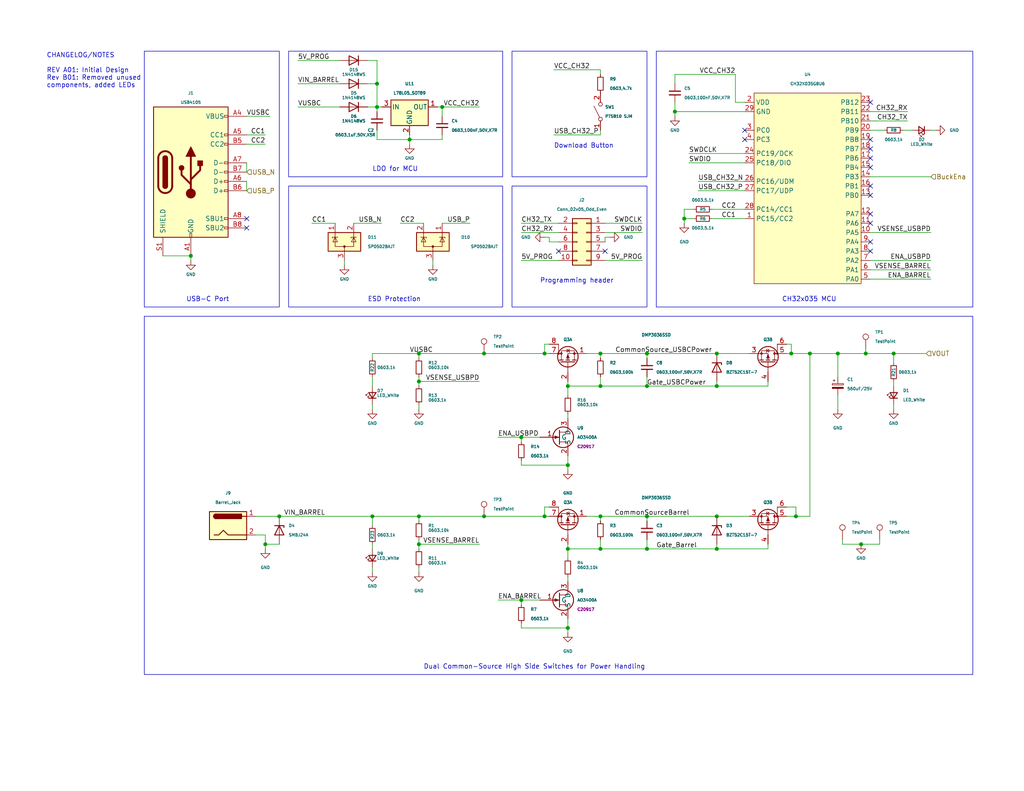
<source format=kicad_sch>
(kicad_sch (version 20230121) (generator eeschema)
  (paper "USLetter")
  (title_block (title "CH32X035 and Power Inputs") (date "2024-02-03") (rev "B01"))
  (junction (at 176.53 105.41))
  (junction (at 72.39 148.59))
  (junction (at 102.87 22.86))
  (junction (at 114.3 96.52))
  (junction (at 142.24 119.38))
  (junction (at 195.58 105.41))
  (junction (at 163.83 96.52))
  (junction (at 236.22 96.52))
  (junction (at 132.08 140.97))
  (junction (at 76.2 140.97))
  (junction (at 120.65 29.21))
  (junction (at 163.83 149.86))
  (junction (at 102.87 29.21))
  (junction (at 195.58 149.86))
  (junction (at 154.94 127))
  (junction (at 52.07 69.85))
  (junction (at 220.98 96.52))
  (junction (at 184.15 30.48))
  (junction (at 114.3 104.14))
  (junction (at 243.84 96.52))
  (junction (at 163.83 105.41))
  (junction (at 101.6 140.97))
  (junction (at 163.83 140.97))
  (junction (at 142.24 163.83))
  (junction (at 148.59 140.97))
  (junction (at 234.95 148.59))
  (junction (at 132.08 96.52))
  (junction (at 195.58 140.97))
  (junction (at 195.58 96.52))
  (junction (at 114.3 148.59))
  (junction (at 154.94 171.45))
  (junction (at 186.69 59.69))
  (junction (at 228.6 96.52))
  (junction (at 215.9 96.52))
  (junction (at 111.76 38.1))
  (junction (at 176.53 96.52))
  (junction (at 217.17 140.97))
  (junction (at 148.59 96.52))
  (junction (at 176.53 149.86))
  (junction (at 114.3 140.97))
  (junction (at 154.94 105.41))
  (junction (at 154.94 149.86))
  (junction (at 176.53 140.97))
  (no_connect (at 203.2 35.56))
  (no_connect (at 67.31 62.23))
  (no_connect (at 67.31 59.69))
  (no_connect (at 237.49 53.34))
  (no_connect (at 237.49 68.58))
  (no_connect (at 237.49 27.94))
  (no_connect (at 237.49 45.72))
  (no_connect (at 237.49 60.96))
  (no_connect (at 237.49 40.64))
  (no_connect (at 237.49 43.18))
  (no_connect (at 152.4 68.58))
  (no_connect (at 203.2 38.1))
  (no_connect (at 237.49 38.1))
  (no_connect (at 237.49 58.42))
  (no_connect (at 237.49 66.04))
  (no_connect (at 237.49 50.8))
  (no_connect (at 165.1 68.58))
  (wire (pts (xy 237.49 63.5) (xy 254 63.5)))
  (wire (pts (xy 120.65 31.75) (xy 120.65 29.21)))
  (wire (pts (xy 184.15 20.32) (xy 184.15 22.86)))
  (wire (pts (xy 102.87 35.56) (xy 102.87 38.1)))
  (wire (pts (xy 217.17 140.97) (xy 220.98 140.97)))
  (wire (pts (xy 243.84 105.41) (xy 243.84 104.14)))
  (wire (pts (xy 114.3 104.14) (xy 130.81 104.14)))
  (wire (pts (xy 160.02 96.52) (xy 163.83 96.52)))
  (wire (pts (xy 102.87 29.21) (xy 102.87 30.48)))
  (wire (pts (xy 132.08 96.52) (xy 148.59 96.52)))
  (wire (pts (xy 114.3 142.24) (xy 114.3 140.97)))
  (wire (pts (xy 149.86 96.52) (xy 148.59 96.52)))
  (wire (pts (xy 187.96 41.91) (xy 203.2 41.91)))
  (wire (pts (xy 149.86 138.43) (xy 148.59 138.43)))
  (wire (pts (xy 165.1 71.12) (xy 175.26 71.12)))
  (wire (pts (xy 240.03 147.32) (xy 240.03 148.59)))
  (wire (pts (xy 81.28 22.86) (xy 92.71 22.86)))
  (wire (pts (xy 195.58 148.59) (xy 195.58 149.86)))
  (wire (pts (xy 209.55 148.59) (xy 209.55 149.86)))
  (wire (pts (xy 154.94 127) (xy 154.94 128.27)))
  (wire (pts (xy 154.94 149.86) (xy 154.94 148.59)))
  (wire (pts (xy 101.6 102.87) (xy 101.6 105.41)))
  (wire (pts (xy 93.98 72.39) (xy 93.98 71.12)))
  (wire (pts (xy 114.3 154.94) (xy 114.3 156.21)))
  (wire (pts (xy 114.3 147.32) (xy 114.3 148.59)))
  (wire (pts (xy 111.76 38.1) (xy 120.65 38.1)))
  (wire (pts (xy 111.76 38.1) (xy 111.76 36.83)))
  (wire (pts (xy 237.49 71.12) (xy 254 71.12)))
  (wire (pts (xy 151.13 36.83) (xy 163.83 36.83)))
  (wire (pts (xy 241.3 35.56) (xy 237.49 35.56)))
  (wire (pts (xy 237.49 76.2) (xy 254 76.2)))
  (wire (pts (xy 151.13 19.05) (xy 163.83 19.05)))
  (wire (pts (xy 163.83 97.79) (xy 163.83 96.52)))
  (wire (pts (xy 176.53 97.79) (xy 176.53 96.52)))
  (wire (pts (xy 163.83 105.41) (xy 154.94 105.41)))
  (wire (pts (xy 176.53 140.97) (xy 195.58 140.97)))
  (wire (pts (xy 154.94 124.46) (xy 154.94 127)))
  (wire (pts (xy 44.45 69.85) (xy 52.07 69.85)))
  (wire (pts (xy 176.53 105.41) (xy 163.83 105.41)))
  (wire (pts (xy 184.15 20.32) (xy 200.66 20.32)))
  (wire (pts (xy 194.31 57.15) (xy 203.2 57.15)))
  (wire (pts (xy 72.39 36.83) (xy 67.31 36.83)))
  (wire (pts (xy 142.24 119.38) (xy 142.24 120.65)))
  (wire (pts (xy 215.9 93.98) (xy 215.9 96.52)))
  (wire (pts (xy 154.94 172.72) (xy 154.94 171.45)))
  (wire (pts (xy 195.58 104.14) (xy 195.58 105.41)))
  (wire (pts (xy 229.87 148.59) (xy 234.95 148.59)))
  (wire (pts (xy 148.59 93.98) (xy 148.59 96.52)))
  (wire (pts (xy 101.6 140.97) (xy 101.6 143.51)))
  (wire (pts (xy 195.58 149.86) (xy 209.55 149.86)))
  (wire (pts (xy 101.6 110.49) (xy 101.6 111.76)))
  (wire (pts (xy 142.24 127) (xy 154.94 127)))
  (wire (pts (xy 165.1 63.5) (xy 175.26 63.5)))
  (wire (pts (xy 114.3 97.79) (xy 114.3 96.52)))
  (wire (pts (xy 149.86 140.97) (xy 148.59 140.97)))
  (wire (pts (xy 228.6 107.95) (xy 228.6 111.76)))
  (wire (pts (xy 154.94 149.86) (xy 163.83 149.86)))
  (wire (pts (xy 102.87 16.51) (xy 102.87 22.86)))
  (wire (pts (xy 111.76 38.1) (xy 111.76 39.37)))
  (wire (pts (xy 243.84 111.76) (xy 243.84 110.49)))
  (wire (pts (xy 101.6 96.52) (xy 114.3 96.52)))
  (wire (pts (xy 154.94 171.45) (xy 154.94 168.91)))
  (wire (pts (xy 154.94 157.48) (xy 154.94 158.75)))
  (wire (pts (xy 243.84 99.06) (xy 243.84 96.52)))
  (wire (pts (xy 228.6 96.52) (xy 236.22 96.52)))
  (wire (pts (xy 102.87 38.1) (xy 111.76 38.1)))
  (wire (pts (xy 101.6 140.97) (xy 114.3 140.97)))
  (wire (pts (xy 200.66 27.94) (xy 203.2 27.94)))
  (wire (pts (xy 142.24 125.73) (xy 142.24 127)))
  (wire (pts (xy 214.63 93.98) (xy 215.9 93.98)))
  (wire (pts (xy 252.73 96.52) (xy 243.84 96.52)))
  (wire (pts (xy 142.24 170.18) (xy 142.24 171.45)))
  (wire (pts (xy 194.31 59.69) (xy 203.2 59.69)))
  (wire (pts (xy 114.3 140.97) (xy 132.08 140.97)))
  (wire (pts (xy 209.55 104.14) (xy 209.55 105.41)))
  (wire (pts (xy 120.65 29.21) (xy 130.81 29.21)))
  (wire (pts (xy 72.39 148.59) (xy 76.2 148.59)))
  (wire (pts (xy 120.65 60.96) (xy 128.27 60.96)))
  (wire (pts (xy 72.39 148.59) (xy 72.39 149.86)))
  (wire (pts (xy 142.24 63.5) (xy 152.4 63.5)))
  (wire (pts (xy 67.31 31.75) (xy 73.66 31.75)))
  (wire (pts (xy 76.2 140.97) (xy 101.6 140.97)))
  (wire (pts (xy 163.83 102.87) (xy 163.83 105.41)))
  (wire (pts (xy 217.17 140.97) (xy 214.63 140.97)))
  (wire (pts (xy 189.23 57.15) (xy 186.69 57.15)))
  (wire (pts (xy 72.39 146.05) (xy 72.39 148.59)))
  (wire (pts (xy 101.6 154.94) (xy 101.6 156.21)))
  (wire (pts (xy 154.94 149.86) (xy 154.94 152.4)))
  (wire (pts (xy 81.28 29.21) (xy 92.71 29.21)))
  (wire (pts (xy 147.32 163.83) (xy 142.24 163.83)))
  (wire (pts (xy 186.69 57.15) (xy 186.69 59.69)))
  (wire (pts (xy 200.66 20.32) (xy 200.66 27.94)))
  (wire (pts (xy 160.02 140.97) (xy 163.83 140.97)))
  (wire (pts (xy 254 35.56) (xy 255.27 35.56)))
  (wire (pts (xy 142.24 171.45) (xy 154.94 171.45)))
  (wire (pts (xy 114.3 96.52) (xy 132.08 96.52)))
  (wire (pts (xy 118.11 72.39) (xy 118.11 71.12)))
  (wire (pts (xy 102.87 22.86) (xy 102.87 29.21)))
  (wire (pts (xy 176.53 102.87) (xy 176.53 105.41)))
  (wire (pts (xy 120.65 29.21) (xy 119.38 29.21)))
  (wire (pts (xy 149.86 93.98) (xy 148.59 93.98)))
  (wire (pts (xy 186.69 59.69) (xy 189.23 59.69)))
  (wire (pts (xy 203.2 52.07) (xy 190.5 52.07)))
  (wire (pts (xy 228.6 96.52) (xy 228.6 102.87)))
  (wire (pts (xy 163.83 142.24) (xy 163.83 140.97)))
  (wire (pts (xy 176.53 147.32) (xy 176.53 149.86)))
  (wire (pts (xy 163.83 140.97) (xy 176.53 140.97)))
  (wire (pts (xy 176.53 149.86) (xy 195.58 149.86)))
  (wire (pts (xy 120.65 36.83) (xy 120.65 38.1)))
  (wire (pts (xy 217.17 138.43) (xy 217.17 140.97)))
  (wire (pts (xy 220.98 96.52) (xy 220.98 140.97)))
  (wire (pts (xy 237.49 30.48) (xy 247.65 30.48)))
  (wire (pts (xy 67.31 46.99) (xy 67.31 44.45)))
  (wire (pts (xy 69.85 146.05) (xy 72.39 146.05)))
  (wire (pts (xy 220.98 96.52) (xy 228.6 96.52)))
  (wire (pts (xy 102.87 29.21) (xy 104.14 29.21)))
  (wire (pts (xy 215.9 96.52) (xy 220.98 96.52)))
  (wire (pts (xy 176.53 142.24) (xy 176.53 140.97)))
  (wire (pts (xy 142.24 163.83) (xy 142.24 165.1)))
  (wire (pts (xy 114.3 102.87) (xy 114.3 104.14)))
  (wire (pts (xy 176.53 149.86) (xy 163.83 149.86)))
  (wire (pts (xy 237.49 48.26) (xy 254 48.26)))
  (wire (pts (xy 142.24 60.96) (xy 152.4 60.96)))
  (wire (pts (xy 176.53 105.41) (xy 195.58 105.41)))
  (wire (pts (xy 187.96 44.45) (xy 203.2 44.45)))
  (wire (pts (xy 165.1 64.77) (xy 165.1 66.04)))
  (wire (pts (xy 165.1 60.96) (xy 175.26 60.96)))
  (wire (pts (xy 229.87 147.32) (xy 229.87 148.59)))
  (wire (pts (xy 52.07 69.85) (xy 52.07 71.12)))
  (wire (pts (xy 96.52 60.96) (xy 104.14 60.96)))
  (wire (pts (xy 101.6 97.79) (xy 101.6 96.52)))
  (wire (pts (xy 234.95 148.59) (xy 240.03 148.59)))
  (wire (pts (xy 236.22 95.25) (xy 236.22 96.52)))
  (wire (pts (xy 154.94 113.03) (xy 154.94 114.3)))
  (wire (pts (xy 195.58 96.52) (xy 204.47 96.52)))
  (wire (pts (xy 184.15 30.48) (xy 184.15 31.75)))
  (wire (pts (xy 148.59 64.77) (xy 149.86 64.77)))
  (wire (pts (xy 100.33 29.21) (xy 102.87 29.21)))
  (wire (pts (xy 132.08 140.97) (xy 148.59 140.97)))
  (wire (pts (xy 85.09 60.96) (xy 91.44 60.96)))
  (wire (pts (xy 81.28 16.51) (xy 92.71 16.51)))
  (wire (pts (xy 186.69 60.96) (xy 186.69 59.69)))
  (wire (pts (xy 154.94 105.41) (xy 154.94 107.95)))
  (wire (pts (xy 163.83 19.05) (xy 163.83 20.32)))
  (wire (pts (xy 135.89 163.83) (xy 142.24 163.83)))
  (wire (pts (xy 149.86 66.04) (xy 152.4 66.04)))
  (wire (pts (xy 114.3 105.41) (xy 114.3 104.14)))
  (wire (pts (xy 163.83 36.83) (xy 163.83 35.56)))
  (wire (pts (xy 142.24 119.38) (xy 147.32 119.38)))
  (wire (pts (xy 67.31 52.07) (xy 67.31 49.53)))
  (wire (pts (xy 184.15 30.48) (xy 203.2 30.48)))
  (wire (pts (xy 163.83 96.52) (xy 176.53 96.52)))
  (wire (pts (xy 163.83 147.32) (xy 163.83 149.86)))
  (wire (pts (xy 215.9 96.52) (xy 214.63 96.52)))
  (wire (pts (xy 72.39 39.37) (xy 67.31 39.37)))
  (wire (pts (xy 148.59 138.43) (xy 148.59 140.97)))
  (wire (pts (xy 109.22 60.96) (xy 115.57 60.96)))
  (wire (pts (xy 184.15 27.94) (xy 184.15 30.48)))
  (wire (pts (xy 166.37 64.77) (xy 165.1 64.77)))
  (wire (pts (xy 135.89 119.38) (xy 142.24 119.38)))
  (wire (pts (xy 214.63 138.43) (xy 217.17 138.43)))
  (wire (pts (xy 195.58 105.41) (xy 209.55 105.41)))
  (wire (pts (xy 114.3 149.86) (xy 114.3 148.59)))
  (wire (pts (xy 237.49 73.66) (xy 254 73.66)))
  (wire (pts (xy 195.58 140.97) (xy 204.47 140.97)))
  (wire (pts (xy 100.33 16.51) (xy 102.87 16.51)))
  (wire (pts (xy 176.53 96.52) (xy 195.58 96.52)))
  (wire (pts (xy 101.6 148.59) (xy 101.6 149.86)))
  (wire (pts (xy 114.3 148.59) (xy 130.81 148.59)))
  (wire (pts (xy 246.38 35.56) (xy 248.92 35.56)))
  (wire (pts (xy 114.3 111.76) (xy 114.3 110.49)))
  (wire (pts (xy 237.49 33.02) (xy 247.65 33.02)))
  (wire (pts (xy 203.2 49.53) (xy 190.5 49.53)))
  (wire (pts (xy 236.22 96.52) (xy 243.84 96.52)))
  (wire (pts (xy 154.94 105.41) (xy 154.94 104.14)))
  (wire (pts (xy 69.85 140.97) (xy 76.2 140.97)))
  (wire (pts (xy 142.24 71.12) (xy 152.4 71.12)))
  (wire (pts (xy 149.86 64.77) (xy 149.86 66.04)))
  (wire (pts (xy 100.33 22.86) (xy 102.87 22.86)))
  (rectangle (start 139.7 13.97) (end 176.53 48.26))
  (rectangle (start 39.37 86.36) (end 265.43 184.15))
  (rectangle (start 179.07 13.97) (end 265.43 83.82))
  (rectangle (start 78.74 13.97) (end 137.16 48.26))
  (rectangle (start 39.37 13.97) (end 76.2 83.82))
  (rectangle (start 78.74 50.8) (end 137.16 83.82))
  (rectangle (start 139.7 50.8) (end 176.53 83.82))
  (text "USB-C Port\n" (at 50.8 82.55 0) (effects (font (size 1.27 1.27)) (justify left bottom)))
  (text "LDO for MCU" (at 101.6 46.99 0) (effects (font (size 1.27 1.27)) (justify left bottom)))
  (text "Dual Common-Source High Side Switches for Power Handling" (at 115.57 182.88 0) (effects (font (size 1.27 1.27)) (justify left bottom)))
  (text "Programming header" (at 147.32 77.47 0) (effects (font (size 1.27 1.27)) (justify left bottom)))
  (text "ESD Protection\n" (at 100.33 82.55 0) (effects (font (size 1.27 1.27)) (justify left bottom)))
  (text "Download Button\n" (at 151.13 40.64 0) (effects (font (size 1.27 1.27)) (justify left bottom)))
  (text "CH32x035 MCU\n" (at 213.36 82.55 0) (effects (font (size 1.27 1.27)) (justify left bottom)))
  (text "CHANGELOG/NOTES\n\nREV A01: Initial Design\nRev B01: Removed unused \ncomponents, added LEDs" (at 12.7 24.13 0) (effects (font (size 1.27 1.27)) (justify left bottom)))
  (label "VSENSE_BARREL" (at 130.81 148.59 180))
  (label "CH32_TX" (at 247.65 33.02 180))
  (label "USB_CH32_N" (at 190.5 49.53 0))
  (label "VIN_BARREL" (at 81.28 22.86 0))
  (label "SWDIO" (at 187.96 44.45 0))
  (label "USB_N" (at 104.14 60.96 180))
  (label "CC2" (at 72.39 39.37 180))
  (label "CommonSourceBarrel" (at 167.64 140.97 0))
  (label "VSENSE_BARREL" (at 254 73.66 180))
  (label "ENA_USBPD" (at 254 71.12 180))
  (label "VIN_BARREL" (at 77.47 140.97 0))
  (label "CH32_RX" (at 247.65 30.48 180))
  (label "SWDIO" (at 175.26 63.5 180))
  (label "CH32_RX" (at 142.24 63.5 0))
  (label "CH32_TX" (at 142.24 60.96 0))
  (label "VCC_CH32" (at 151.13 19.05 0))
  (label "5V_PROG" (at 142.24 71.12 0))
  (label "5V_PROG" (at 175.26 71.12 180))
  (label "VCC_CH32" (at 200.66 20.32 180))
  (label "CC2" (at 109.22 60.96 0))
  (label "ENA_USBPD" (at 135.89 119.38 0))
  (label "Gate_USBCPower" (at 176.53 105.41 0))
  (label "USB_P" (at 128.27 60.96 180))
  (label "VUSBC" (at 111.76 96.52 0))
  (label "CC2" (at 196.85 57.15 0))
  (label "VUSBC" (at 73.66 31.75 180))
  (label "SWDCLK" (at 187.96 41.91 0))
  (label "CommonSource_USBCPower" (at 194.31 96.52 180))
  (label "CC1" (at 196.85 59.69 0))
  (label "USB_CH32_P" (at 190.5 52.07 0))
  (label "CC1" (at 72.39 36.83 180))
  (label "5V_PROG" (at 81.28 16.51 0))
  (label "Gate_Barrel" (at 179.07 149.86 0))
  (label "VSENSE_USBPD" (at 254 63.5 180))
  (label "VSENSE_USBPD" (at 130.81 104.14 180))
  (label "VCC_CH32" (at 130.81 29.21 180))
  (label "ENA_BARREL" (at 254 76.2 180))
  (label "ENA_BARREL" (at 135.89 163.83 0))
  (label "CC1" (at 85.09 60.96 0))
  (label "VUSBC" (at 81.28 29.21 0))
  (label "USB_CH32_P" (at 151.13 36.83 0))
  (label "SWDCLK" (at 175.26 60.96 180))
  (hierarchical_label "USB_N" (shape input) (at 67.31 46.99 0))
  (hierarchical_label "USB_P" (shape input) (at 67.31 52.07 0))
  (hierarchical_label "VOUT" (shape input) (at 252.73 96.52 0))
  (hierarchical_label "BuckEna" (shape input) (at 254 48.26 0))
  (symbol (lib_id "power:GND") (at 228.6 111.76 0) (unit 1)
    (property "Reference" "#PWR01" (effects hide))
    (property "Value" "GND" (at 228.6 116.84 0) (effects (font (size 0.8 0.8))))
    (instances (project "ESP32-S3-HUB75-Driver" (path "" (reference "#PWR01") (unit 1)) (path "" (reference "#PWR040") (unit 1))))
  )
  (symbol (lib_id "power:GND") (at 114.3 156.21 0) (unit 1)
    (property "Reference" "#PWR01" (effects hide))
    (property "Value" "GND" (at 114.3 161.29 0) (effects (font (size 0.8 0.8))))
    (instances (project "ESP32-S3-HUB75-Driver" (path "" (reference "#PWR01") (unit 1)) (path "" (reference "#PWR018") (unit 1))))
  )
  (symbol (lib_id "jlcpcb-basic-capacitor:0402,100nF,16V,X7R ") (at 120.65 34.29 0) (unit 1)
    (property "Reference" "C4" (at 123.19 33.02 0) (effects (font (size 0.8 0.8)) (justify left)))
    (property "Value" "0603,100nF,50V,X7R " (at 123.19 35.56 0) (effects (font (size 0.8 0.8)) (justify left)))
    (property "Footprint" "Capacitor_SMD:C_0603_1608Metric" (effects hide))
    (property "Datasheet" "https://datasheet.lcsc.com/lcsc/1809301912_YAGEO-CC0603KRX7R9BB104_C14663.pdf" (effects hide))
    (property "LCSC" "C14663" (effects hide))
    (property "MFG" "YAGEO" (effects hide))
    (property "MFGPN" "CC0603KRX7R9BB104" (effects hide))
    (instances (project "ESP32-S3-HUB75-Driver" (path "" (reference "C4") (unit 1)) (path "" (reference "C6") (unit 1))))
  )
  (symbol (lib_id "Connector:TestPoint") (at 240.03 147.32 0) (unit 1)
    (property "Reference" "TP5" (at 242.57 142.748 0) (effects (font (size 0.8 0.8)) (justify left)))
    (property "Value" "TestPoint" (at 242.57 145.288 0) (effects (font (size 0.8 0.8)) (justify left)))
    (property "Footprint" "TestPoint:TestPoint_Keystone_5015_Micro-Minature" (effects hide))
    (property "LCSC" "C5199798" (effects hide))
  )
  (symbol (lib_id "power:GND") (at 243.84 111.76 0) (unit 1)
    (property "Reference" "#PWR01" (effects hide))
    (property "Value" "GND" (at 245.11 115.57 0) (effects (font (size 0.8 0.8)) (justify right)))
    (instances (project "ESP32-S3-HUB75-Driver" (path "" (reference "#PWR01") (unit 1)) (path "" (reference "#PWR041") (unit 1))))
  )
  (symbol (lib_id "Diode:1N4148WS") (at 96.52 29.21 180) (unit 1)
    (property "Reference" "D6" (at 96.52 31.75 0) (effects (font (size 0.8 0.8))))
    (property "Value" "1N4148WS" (at 96.52 33.02 0) (effects (font (size 0.8 0.8))))
    (property "Footprint" "Diode_SMD:D_SOD-323" (effects hide))
    (property "Datasheet" "https://www.vishay.com/docs/85751/1n4148ws.pdf" (effects hide))
    (property "LCSC" "C2128" (effects hide))
  )
  (symbol (lib_id "jlcpcb-basic-resistor:0402,10k") (at 114.3 100.33 0) (unit 1)
    (property "Reference" "R12" (at 116.84 99.06 0) (effects (font (size 0.8 0.8)) (justify left)))
    (property "Value" "0603,10k" (at 116.84 100.33 0) (effects (font (size 0.8 0.8)) (justify left)))
    (property "Footprint" "Resistor_SMD:R_0603_1608Metric" (effects hide))
    (property "Datasheet" "https://datasheet.lcsc.com/lcsc/2110260030_UNI-ROYAL-Uniroyal-Elec-0603WAF1002T5E_C25804.pdf" (effects hide))
    (property "LCSC" "C25804" (effects hide))
    (property "MFG" "UNI-ROYAL(Uniroyal Elec)" (effects hide))
    (property "MFGPN" "0603WAF1002T5E" (effects hide))
  )
  (symbol (lib_id "Device:Q_Dual_PMOS_S1G1S2G2D2D2D1D1") (at 154.94 99.06 90) (unit 1)
    (property "Reference" "Q3" (at 154.94 92.71 90) (effects (font (size 0.8 0.8))))
    (property "Value" "DMP3036SSD" (at 179.07 91.44 90) (effects (font (size 0.8 0.8))))
    (property "Footprint" "Package_SO:SO-8_3.9x4.9mm_P1.27mm" (effects hide))
    (property "Datasheet" "https://www.diodes.com/assets/Datasheets/DMP3036SSD.pdf" (effects hide))
    (property "LCSC" "C397950" (effects hide))
    (property "MFG" "Diodes Incorporated" (effects hide))
    (property "MFGPN" "DMP3036SSD-13" (effects hide))
    (instances (project "ESP32-S3-HUB75-Driver" (path "" (reference "Q3") (unit 1)) (path "" (reference "Q1") (unit 1))) (project "_autosave-PowerMux" (path "" (reference "Q3") (unit 1))))
  )
  (symbol (lib_id "jlcpcb-basic-resistor:0402,1k") (at 243.84 101.6 0) (unit 1)
    (property "Reference" "R21" (at 243.84 101.6 90) (effects (font (size 0.8 0.8))))
    (property "Value" "0603,1k" (at 247.65 101.6 0) (effects (font (size 0.8 0.8))))
    (property "Footprint" "Resistor_SMD:R_0603_1608Metric" (effects hide))
    (property "Datasheet" "https://datasheet.lcsc.com/lcsc/2110252030_UNI-ROYAL-Uniroyal-Elec-0603WAF1001T5E_C21190.pdf" (effects hide))
    (property "LCSC" "C21190" (effects hide))
    (property "MFG" "UNI-ROYAL(Uniroyal Elec)" (effects hide))
    (property "MFGPN" "0603WAF1001T5E" (effects hide))
  )
  (symbol (lib_id "jlcpcb-basic-capacitor:0603,1uF,50V,X5R ") (at 102.87 33.02 0) (unit 1)
    (property "Reference" "C2" (at 100.33 35.56 0) (effects (font (size 0.8 0.8)) (justify left)))
    (property "Value" "0603,1uF,50V,X5R " (at 91.44 36.83 0) (effects (font (size 0.8 0.8)) (justify left)))
    (property "Footprint" "Capacitor_SMD:C_0603_1608Metric" (effects hide))
    (property "Datasheet" "https://datasheet.lcsc.com/lcsc/1810261812_Samsung-Electro-Mechanics-CL10A105KB8NNNC_C15849.pdf" (effects hide))
    (property "LCSC" "C15849" (effects hide))
    (property "MFG" "Samsung Electro-Mechanics" (effects hide))
    (property "MFGPN" "CL10A105KB8NNNC" (effects hide))
  )
  (symbol (lib_id "jlcpcb-basic-resistor:0402,5.1k") (at 191.77 57.15 90) (unit 1)
    (property "Reference" "R5" (at 191.77 57.15 90) (effects (font (size 0.8 0.8))))
    (property "Value" "0603,5.1k" (at 191.77 54.61 90) (effects (font (size 0.8 0.8))))
    (property "Footprint" "Resistor_SMD:R_0603_1608Metric" (effects hide))
    (property "Datasheet" "https://datasheet.lcsc.com/lcsc/2110252130_UNI-ROYAL-Uniroyal-Elec-0603WAF5101T5E_C23186.pdf" (effects hide))
    (property "LCSC" "C23186" (effects hide))
    (property "MFG" "UNI-ROYAL(Uniroyal Elec)" (effects hide))
    (property "MFGPN" "0603WAF5101T5E" (effects hide))
  )
  (symbol (lib_id "jlcpcb-basic-capacitor:0402,100nF,50V,X7R ") (at 176.53 144.78 0) (unit 1)
    (property "Reference" "C3" (at 179.07 143.51 0) (effects (font (size 0.8 0.8)) (justify left)))
    (property "Value" "0603,100nF,50V,X7R " (at 179.07 146.05 0) (effects (font (size 0.8 0.8)) (justify left)))
    (property "Footprint" "Capacitor_SMD:C_0603_1608Metric" (effects hide))
    (property "Datasheet" "https://datasheet.lcsc.com/lcsc/1809301912_YAGEO-CC0603KRX7R9BB104_C14663.pdf" (effects hide))
    (property "LCSC" "C14663" (effects hide))
    (property "MFG" "YAGEO" (effects hide))
    (property "MFGPN" "CC0603KRX7R9BB104" (effects hide))
  )
  (symbol (lib_id "power:GND") (at 184.15 31.75 0) (unit 1)
    (property "Reference" "#PWR01" (effects hide))
    (property "Value" "GND" (at 184.15 35.56 0) (effects (font (size 0.8 0.8))))
    (instances (project "ESP32-S3-HUB75-Driver" (path "" (reference "#PWR01") (unit 1)) (path "" (reference "#PWR038") (unit 1))))
  )
  (symbol (lib_id "jlcpcb-basic-resistor:0402,10k") (at 154.94 154.94 0) (unit 1)
    (property "Reference" "R4" (at 157.48 153.67 0) (effects (font (size 0.8 0.8)) (justify left)))
    (property "Value" "0603,10k" (at 157.48 154.94 0) (effects (font (size 0.8 0.8)) (justify left)))
    (property "Footprint" "Resistor_SMD:R_0603_1608Metric" (effects hide))
    (property "Datasheet" "https://datasheet.lcsc.com/lcsc/2110260030_UNI-ROYAL-Uniroyal-Elec-0603WAF1002T5E_C25804.pdf" (effects hide))
    (property "LCSC" "C25804" (effects hide))
    (property "MFG" "UNI-ROYAL(Uniroyal Elec)" (effects hide))
    (property "MFGPN" "0603WAF1002T5E" (effects hide))
  )
  (symbol (lib_id "power:GND") (at 255.27 35.56 90) (unit 1)
    (property "Reference" "#PWR01" (effects hide))
    (property "Value" "GND" (at 259.08 35.56 90) (effects (font (size 0.8 0.8)) (justify right)))
    (instances (project "ESP32-S3-HUB75-Driver" (path "" (reference "#PWR01") (unit 1)) (path "" (reference "#PWR023") (unit 1))))
  )
  (symbol (lib_id "jlcpcb-basic-resistor:0402,100k") (at 163.83 100.33 0) (unit 1)
    (property "Reference" "R2" (at 166.37 99.06 0) (effects (font (size 0.8 0.8)) (justify left)))
    (property "Value" "0603,100k" (at 166.37 101.6 0) (effects (font (size 0.8 0.8)) (justify left)))
    (property "Footprint" "Resistor_SMD:R_0603_1608Metric" (effects hide))
    (property "Datasheet" "https://datasheet.lcsc.com/lcsc/2110260030_UNI-ROYAL-Uniroyal-Elec-0603WAF1003T5E_C25803.pdf" (effects hide))
    (property "LCSC" "C25803" (effects hide))
    (property "MFG" "UNI-ROYAL(Uniroyal Elec)" (effects hide))
    (property "MFGPN" "0603WAF1003T5E" (effects hide))
  )
  (symbol (lib_id "power:GND") (at 114.3 111.76 0) (unit 1)
    (property "Reference" "#PWR01" (effects hide))
    (property "Value" "GND" (at 114.3 115.57 0) (effects (font (size 0.8 0.8))))
    (instances (project "ESP32-S3-HUB75-Driver" (path "" (reference "#PWR01") (unit 1)) (path "" (reference "#PWR013") (unit 1))))
  )
  (symbol (lib_id "Device:Q_Dual_PMOS_S1G1S2G2D2D2D1D1") (at 209.55 99.06 270) (mirror x) (unit 2)
    (property "Reference" "Q3" (at 209.55 92.71 90) (effects (font (size 0.8 0.8))))
    (property "Value" "DMP3036SSD" (effects hide))
    (property "Footprint" "Package_SO:SO-8_3.9x4.9mm_P1.27mm" (effects hide))
    (property "Datasheet" "https://www.diodes.com/assets/Datasheets/DMP3036SSD.pdf" (effects hide))
    (property "LCSC" "C397950" (effects hide))
    (property "MFG" "Diodes Incorporated" (effects hide))
    (property "MFGPN" "DMP3036SSD-13" (effects hide))
    (instances (project "ESP32-S3-HUB75-Driver" (path "" (reference "Q3") (unit 2)) (path "" (reference "Q1") (unit 2))) (project "_autosave-PowerMux" (path "" (reference "Q3") (unit 2))))
  )
  (symbol (lib_id "power:GND") (at 154.94 172.72 0) (unit 1)
    (property "Reference" "#PWR01" (effects hide))
    (property "Value" "GND" (at 154.94 177.8 0) (effects (font (size 0.8 0.8))))
    (instances (project "ESP32-S3-HUB75-Driver" (path "" (reference "#PWR01") (unit 1)) (path "" (reference "#PWR011") (unit 1))))
  )
  (symbol (lib_id "jlcpcb-basic-resistor:0402,1k") (at 114.3 152.4 0) (unit 1)
    (property "Reference" "R11" (at 116.84 152.4 0) (effects (font (size 0.8 0.8)) (justify left)))
    (property "Value" "0603,1k" (at 116.84 153.67 0) (effects (font (size 0.8 0.8)) (justify left)))
    (property "Footprint" "Resistor_SMD:R_0603_1608Metric" (effects hide))
    (property "Datasheet" "https://datasheet.lcsc.com/lcsc/2110252030_UNI-ROYAL-Uniroyal-Elec-0603WAF1001T5E_C21190.pdf" (effects hide))
    (property "LCSC" "C21190" (effects hide))
    (property "MFG" "UNI-ROYAL(Uniroyal Elec)" (effects hide))
    (property "MFGPN" "0603WAF1001T5E" (effects hide))
  )
  (symbol (lib_id "power:GND") (at 166.37 64.77 90) (unit 1)
    (property "Reference" "#PWR01" (effects hide))
    (property "Value" "GND" (at 170.18 64.77 90) (effects (font (size 0.8 0.8)) (justify right)))
    (instances (project "ESP32-S3-HUB75-Driver" (path "" (reference "#PWR01") (unit 1)) (path "" (reference "#PWR020") (unit 1))))
  )
  (symbol (lib_id "Diode:1N4148WS") (at 96.52 16.51 180) (unit 1)
    (property "Reference" "D15" (at 96.52 19.05 0) (effects (font (size 0.8 0.8))))
    (property "Value" "1N4148WS" (at 96.52 20.32 0) (effects (font (size 0.8 0.8))))
    (property "Footprint" "Diode_SMD:D_SOD-323" (effects hide))
    (property "Datasheet" "https://www.vishay.com/docs/85751/1n4148ws.pdf" (effects hide))
    (property "LCSC" "C2128" (effects hide))
  )
  (symbol (lib_id "power:GND") (at 111.76 39.37 0) (unit 1)
    (property "Reference" "#PWR01" (effects hide))
    (property "Value" "GND" (at 111.76 43.18 0) (effects (font (size 0.8 0.8))))
    (instances (project "ESP32-S3-HUB75-Driver" (path "" (reference "#PWR01") (unit 1)) (path "" (reference "#PWR016") (unit 1))))
  )
  (symbol (lib_id "WS_LCSC_Optoelectronics:LED_Emerald") (at 243.84 107.95 90) (unit 1)
    (property "Reference" "D1" (at 246.38 106.6165 90) (effects (font (size 0.8 0.8)) (justify right)))
    (property "Value" "LED_White" (at 246.38 109.1565 90) (effects (font (size 0.8 0.8)) (justify right)))
    (property "Footprint" "LED_SMD:LED_0603_1608Metric" (effects hide))
    (property "LCSC" "C2290" (effects hide))
  )
  (symbol (lib_id "WS_LCSC_transistors:AO3400A") (at 153.67 163.83 0) (unit 1)
    (property "Reference" "U8" (at 157.48 161.29 0) (effects (font (size 0.8 0.8)) (justify left)))
    (property "Value" "AO3400A" (at 157.48 163.83 0) (effects (font (size 0.8 0.8)) (justify left)))
    (property "Footprint" "Package_TO_SOT_SMD:SOT-23" (effects hide))
    (property "Datasheet" "https://datasheet.lcsc.com/lcsc/1811081213_Alpha---Omega-Semicon-AO3400A_C20917.pdf" (effects hide))
    (property "LCSC" "C20917" (at 157.48 166.37 0) (effects (font (size 0.8 0.8)) (justify left)))
  )
  (symbol (lib_id "Connector:USB_C_Receptacle_USB2.0") (at 52.07 46.99 0) (unit 1)
    (property "Reference" "J1" (at 52.07 25.4 0) (effects (font (size 0.8 0.8))))
    (property "Value" "USB4105" (at 52.07 27.94 0) (effects (font (size 0.8 0.8))))
    (property "Footprint" "Connector_USB:USB_C_Receptacle_GCT_USB4105-xx-A_16P_TopMnt_Horizontal" (effects hide))
    (property "Datasheet" "https://www.usb.org/sites/default/files/documents/usb_type-c.zip" (effects hide))
    (property "LCSC" "C2927037" (effects hide))
    (instances (project "ESP32-S3-HUB75-Driver" (path "" (reference "J1") (unit 1)) (path "" (reference "J4") (unit 1))))
  )
  (symbol (lib_id "jlcpcb-basic-resistor:0402,1k") (at 142.24 167.64 0) (unit 1)
    (property "Reference" "R7" (at 144.78 166.37 0) (effects (font (size 0.8 0.8)) (justify left)))
    (property "Value" "0603,1k" (at 144.78 168.91 0) (effects (font (size 0.8 0.8)) (justify left)))
    (property "Footprint" "Resistor_SMD:R_0603_1608Metric" (effects hide))
    (property "Datasheet" "https://datasheet.lcsc.com/lcsc/2110252030_UNI-ROYAL-Uniroyal-Elec-0603WAF1001T5E_C21190.pdf" (effects hide))
    (property "LCSC" "C21190" (effects hide))
    (property "MFG" "UNI-ROYAL(Uniroyal Elec)" (effects hide))
    (property "MFGPN" "0603WAF1001T5E" (effects hide))
  )
  (symbol (lib_id "Connector:Barrel_Jack") (at 62.23 143.51 0) (unit 1)
    (property "Reference" "J9" (at 62.23 134.62 0) (effects (font (size 0.8 0.8))))
    (property "Value" "Barrel_Jack" (at 62.23 137.16 0) (effects (font (size 0.8 0.8))))
    (property "Footprint" "WS_LCSC_Connectors:BarrelJack_Horizontal" (effects hide))
  )
  (symbol (lib_id "Connector:TestPoint") (at 132.08 140.97 0) (unit 1)
    (property "Reference" "TP3" (at 134.62 136.398 0) (effects (font (size 0.8 0.8)) (justify left)))
    (property "Value" "TestPoint" (at 134.62 138.938 0) (effects (font (size 0.8 0.8)) (justify left)))
    (property "Footprint" "TestPoint:TestPoint_Keystone_5015_Micro-Minature" (effects hide))
    (property "LCSC" "C5199798" (effects hide))
  )
  (symbol (lib_id "Switch:SW_SPST") (at 163.83 30.48 90) (unit 1)
    (property "Reference" "SW1" (at 165.1 29.21 90) (effects (font (size 0.8 0.8)) (justify right)))
    (property "Value" "PTS810 SJM" (at 165.1 31.75 90) (effects (font (size 0.8 0.8)) (justify right)))
    (property "Footprint" "Button_Switch_SMD:SW_SPST_PTS810" (effects hide))
    (property "LCSC" "C116501" (effects hide))
  )
  (symbol (lib_id "jlcpcb-basic-resistor:0402,1k") (at 114.3 107.95 0) (unit 1)
    (property "Reference" "R13" (at 116.84 107.95 0) (effects (font (size 0.8 0.8)) (justify left)))
    (property "Value" "0603,1k" (at 116.84 109.22 0) (effects (font (size 0.8 0.8)) (justify left)))
    (property "Footprint" "Resistor_SMD:R_0603_1608Metric" (effects hide))
    (property "Datasheet" "https://datasheet.lcsc.com/lcsc/2110252030_UNI-ROYAL-Uniroyal-Elec-0603WAF1001T5E_C21190.pdf" (effects hide))
    (property "LCSC" "C21190" (effects hide))
    (property "MFG" "UNI-ROYAL(Uniroyal Elec)" (effects hide))
    (property "MFGPN" "0603WAF1001T5E" (effects hide))
  )
  (symbol (lib_id "jlcpcb-basic-resistor:0402,1k") (at 101.6 146.05 0) (unit 1)
    (property "Reference" "R23" (at 101.6 146.05 90) (effects (font (size 0.8 0.8))))
    (property "Value" "0603,1k" (at 105.41 146.05 0) (effects (font (size 0.8 0.8))))
    (property "Footprint" "Resistor_SMD:R_0603_1608Metric" (effects hide))
    (property "Datasheet" "https://datasheet.lcsc.com/lcsc/2110252030_UNI-ROYAL-Uniroyal-Elec-0603WAF1001T5E_C21190.pdf" (effects hide))
    (property "LCSC" "C21190" (effects hide))
    (property "MFG" "UNI-ROYAL(Uniroyal Elec)" (effects hide))
    (property "MFGPN" "0603WAF1001T5E" (effects hide))
  )
  (symbol (lib_id "Device:Q_Dual_PMOS_S1G1S2G2D2D2D1D1") (at 209.55 143.51 270) (mirror x) (unit 2)
    (property "Reference" "Q3" (at 209.55 137.16 90) (effects (font (size 0.8 0.8))))
    (property "Value" "DMP3036SSD" (effects hide))
    (property "Footprint" "Package_SO:SO-8_3.9x4.9mm_P1.27mm" (effects hide))
    (property "Datasheet" "https://www.diodes.com/assets/Datasheets/DMP3036SSD.pdf" (effects hide))
    (property "LCSC" "C397950" (effects hide))
    (property "MFG" "Diodes Incorporated" (effects hide))
    (property "MFGPN" "DMP3036SSD-13" (effects hide))
    (instances (project "ESP32-S3-HUB75-Driver" (path "" (reference "Q3") (unit 2)) (path "" (reference "Q2") (unit 2))) (project "_autosave-PowerMux" (path "" (reference "Q3") (unit 2))))
  )
  (symbol (lib_id "power:GND") (at 234.95 148.59 0) (unit 1)
    (property "Reference" "#PWR01" (effects hide))
    (property "Value" "GND" (at 236.22 152.4 0) (effects (font (size 0.8 0.8)) (justify right)))
    (instances (project "ESP32-S3-HUB75-Driver" (path "" (reference "#PWR01") (unit 1)) (path "" (reference "#PWR044") (unit 1))))
  )
  (symbol (lib_id "power:GND") (at 118.11 72.39 0) (unit 1)
    (property "Reference" "#PWR03" (effects hide))
    (property "Value" "GND" (at 118.11 76.2 0) (effects (font (size 0.8 0.8))))
    (instances (project "ESP32-S3-HUB75-Driver" (path "" (reference "#PWR03") (unit 1)) (path "" (reference "#PWR014") (unit 1))))
  )
  (symbol (lib_id "WS_LCSC_Optoelectronics:LED_Yellow") (at 101.6 107.95 90) (unit 1)
    (property "Reference" "D7" (at 102.87 106.68 90) (effects (font (size 0.8 0.8)) (justify right)))
    (property "Value" "LED_White" (at 102.87 107.95 90) (effects (font (size 0.8 0.8)) (justify right)))
    (property "Footprint" "LED_SMD:LED_0603_1608Metric" (effects hide))
    (property "LCSC" "C2290" (effects hide))
  )
  (symbol (lib_id "jlcpcb-basic-resistor:0603,4.7k") (at 163.83 22.86 0) (unit 1)
    (property "Reference" "R9" (at 166.37 21.59 0) (effects (font (size 0.8 0.8)) (justify left)))
    (property "Value" "0603,4.7k" (at 166.37 24.13 0) (effects (font (size 0.8 0.8)) (justify left)))
    (property "Footprint" "R_0603_1608Metric" (effects hide))
    (property "Datasheet" "https://datasheet.lcsc.com/lcsc/2110252130_UNI-ROYAL-Uniroyal-Elec-0603WAF4701T5E_C23162.pdf" (effects hide))
    (property "LCSC" "C23162" (effects hide))
    (property "MFG" "UNI-ROYAL(Uniroyal Elec)" (effects hide))
    (property "MFGPN" "0603WAF4701T5E" (effects hide))
  )
  (symbol (lib_id "jlcpcb-basic-resistor:0402,10k") (at 154.94 110.49 0) (unit 1)
    (property "Reference" "R16" (at 157.48 109.22 0) (effects (font (size 0.8 0.8)) (justify left)))
    (property "Value" "0603,10k" (at 157.48 110.49 0) (effects (font (size 0.8 0.8)) (justify left)))
    (property "Footprint" "Resistor_SMD:R_0603_1608Metric" (effects hide))
    (property "Datasheet" "https://datasheet.lcsc.com/lcsc/2110260030_UNI-ROYAL-Uniroyal-Elec-0603WAF1002T5E_C25804.pdf" (effects hide))
    (property "LCSC" "C25804" (effects hide))
    (property "MFG" "UNI-ROYAL(Uniroyal Elec)" (effects hide))
    (property "MFGPN" "0603WAF1002T5E" (effects hide))
  )
  (symbol (lib_id "Connector:TestPoint") (at 229.87 147.32 0) (unit 1)
    (property "Reference" "TP4" (at 232.41 142.748 0) (effects (font (size 0.8 0.8)) (justify left)))
    (property "Value" "TestPoint" (at 232.41 145.288 0) (effects (font (size 0.8 0.8)) (justify left)))
    (property "Footprint" "TestPoint:TestPoint_Keystone_5015_Micro-Minature" (effects hide))
    (property "LCSC" "C5199798" (effects hide))
  )
  (symbol (lib_id "power:GND") (at 72.39 149.86 0) (unit 1)
    (property "Reference" "#PWR01" (effects hide))
    (property "Value" "GND" (at 72.39 154.94 0) (effects (font (size 0.8 0.8))))
    (instances (project "ESP32-S3-HUB75-Driver" (path "" (reference "#PWR01") (unit 1)) (path "" (reference "#PWR09") (unit 1))))
  )
  (symbol (lib_id "Connector_Generic:Conn_02x05_Odd_Even") (at 160.02 66.04 0) (mirror y) (unit 1)
    (property "Reference" "J2" (at 158.75 54.61 0) (effects (font (size 0.8 0.8))))
    (property "Value" "Conn_02x05_Odd_Even" (at 158.75 57.15 0) (effects (font (size 0.8 0.8))))
    (property "Footprint" "Connector_PinSocket_2.54mm:PinSocket_2x05_P2.54mm_Vertical" (effects hide))
  )
  (symbol (lib_id "Device:C_Polarized_Small") (at 228.6 105.41 0) (unit 1)
    (property "Reference" "C1" (at 231.14 103.5939 0) (effects (font (size 0.8 0.8)) (justify left)))
    (property "Value" "560uF/25V" (at 231.14 106.1339 0) (effects (font (size 0.8 0.8)) (justify left)))
    (property "Footprint" "Capacitor_SMD:CP_Elec_10x12.5" (effects hide))
    (property "Datasheet" "https://connect.kemet.com:7667/gateway/IntelliData-ComponentDocumentation/1.0/download/datasheet/A768MS567M1ELAE017" (effects hide))
    (property "Digikey PN" "399-A768MS567M1ELAE017CT-ND" (effects hide))
    (property "MFGPN" "A768MS567M1ELAE017" (effects hide))
    (property "LCSC" "C249979" (effects hide))
  )
  (symbol (lib_id "jlcpcb-basic-capacitor:0402,100nF,50V,X7R ") (at 176.53 100.33 0) (unit 1)
    (property "Reference" "C8" (at 179.07 99.06 0) (effects (font (size 0.8 0.8)) (justify left)))
    (property "Value" "0603,100nF,50V,X7R " (at 179.07 101.6 0) (effects (font (size 0.8 0.8)) (justify left)))
    (property "Footprint" "Capacitor_SMD:C_0603_1608Metric" (effects hide))
    (property "Datasheet" "https://datasheet.lcsc.com/lcsc/1809301912_YAGEO-CC0603KRX7R9BB104_C14663.pdf" (effects hide))
    (property "LCSC" "C14663" (effects hide))
    (property "MFG" "YAGEO" (effects hide))
    (property "MFGPN" "CC0603KRX7R9BB104" (effects hide))
  )
  (symbol (lib_id "power:GND") (at 101.6 111.76 0) (unit 1)
    (property "Reference" "#PWR01" (effects hide))
    (property "Value" "GND" (at 102.87 115.57 0) (effects (font (size 0.8 0.8)) (justify right)))
    (instances (project "ESP32-S3-HUB75-Driver" (path "" (reference "#PWR01") (unit 1)) (path "" (reference "#PWR042") (unit 1))))
  )
  (symbol (lib_id "jlcpcb-basic-resistor:0402,1k") (at 101.6 100.33 0) (unit 1)
    (property "Reference" "R22" (at 101.6 100.33 90) (effects (font (size 0.8 0.8))))
    (property "Value" "0603,1k" (at 105.41 100.33 0) (effects (font (size 0.8 0.8))))
    (property "Footprint" "Resistor_SMD:R_0603_1608Metric" (effects hide))
    (property "Datasheet" "https://datasheet.lcsc.com/lcsc/2110252030_UNI-ROYAL-Uniroyal-Elec-0603WAF1001T5E_C21190.pdf" (effects hide))
    (property "LCSC" "C21190" (effects hide))
    (property "MFG" "UNI-ROYAL(Uniroyal Elec)" (effects hide))
    (property "MFGPN" "0603WAF1001T5E" (effects hide))
  )
  (symbol (lib_id "Regulator_Linear:L78L05_SOT89") (at 111.76 29.21 0) (unit 1)
    (property "Reference" "U11" (at 111.76 22.86 0) (effects (font (size 0.8 0.8))))
    (property "Value" "L78L05_SOT89" (at 111.76 25.4 0) (effects (font (size 0.8 0.8))))
    (property "Footprint" "Package_TO_SOT_SMD:SOT-89-3" (effects hide))
    (property "Datasheet" "http://www.st.com/content/ccc/resource/technical/document/datasheet/15/55/e5/aa/23/5b/43/fd/CD00000446.pdf/files/CD00000446.pdf/jcr:content/translations/en.CD00000446.pdf" (effects hide))
    (property "LCSC" "C181132" (effects hide))
  )
  (symbol (lib_id "Diode:BZV55C24") (at 76.2 144.78 270) (unit 1)
    (property "Reference" "D4" (at 78.74 143.51 90) (effects (font (size 0.8 0.8)) (justify left)))
    (property "Value" "SMBJ24A" (at 78.74 146.05 90) (effects (font (size 0.8 0.8)) (justify left)))
    (property "Footprint" "Diode_SMD:D_SMB" (effects hide))
    (property "Datasheet" "https://www.mccsemi.com/pdf/Products/SMBJ5338B-SMBJ5388B(SMB).pdf" (effects hide))
    (property "LCSC" "C152101" (effects hide))
  )
  (symbol (lib_id "WS_LCSC_transistors:AO3400A") (at 153.67 119.38 0) (unit 1)
    (property "Reference" "U9" (at 157.48 116.84 0) (effects (font (size 0.8 0.8)) (justify left)))
    (property "Value" "AO3400A" (at 157.48 119.38 0) (effects (font (size 0.8 0.8)) (justify left)))
    (property "Footprint" "Package_TO_SOT_SMD:SOT-23" (effects hide))
    (property "Datasheet" "https://datasheet.lcsc.com/lcsc/1811081213_Alpha---Omega-Semicon-AO3400A_C20917.pdf" (effects hide))
    (property "LCSC" "C20917" (at 157.48 121.92 0) (effects (font (size 0.8 0.8)) (justify left)))
  )
  (symbol (lib_id "power:GND") (at 148.59 64.77 270) (unit 1)
    (property "Reference" "#PWR01" (effects hide))
    (property "Value" "GND" (at 144.78 64.77 90) (effects (font (size 0.8 0.8)) (justify right)))
    (instances (project "ESP32-S3-HUB75-Driver" (path "" (reference "#PWR01") (unit 1)) (path "" (reference "#PWR022") (unit 1))))
  )
  (symbol (lib_id "jlcpcb-basic-resistor:0402,1k") (at 142.24 123.19 0) (unit 1)
    (property "Reference" "R14" (at 144.78 121.92 0) (effects (font (size 0.8 0.8)) (justify left)))
    (property "Value" "0603,1k" (at 144.78 124.46 0) (effects (font (size 0.8 0.8)) (justify left)))
    (property "Footprint" "Resistor_SMD:R_0603_1608Metric" (effects hide))
    (property "Datasheet" "https://datasheet.lcsc.com/lcsc/2110252030_UNI-ROYAL-Uniroyal-Elec-0603WAF1001T5E_C21190.pdf" (effects hide))
    (property "LCSC" "C21190" (effects hide))
    (property "MFG" "UNI-ROYAL(Uniroyal Elec)" (effects hide))
    (property "MFGPN" "0603WAF1001T5E" (effects hide))
  )
  (symbol (lib_id "jlcpcb-basic-resistor:0402,10k") (at 114.3 144.78 0) (unit 1)
    (property "Reference" "R1" (at 116.84 143.51 0) (effects (font (size 0.8 0.8)) (justify left)))
    (property "Value" "0603,10k" (at 116.84 144.78 0) (effects (font (size 0.8 0.8)) (justify left)))
    (property "Footprint" "Resistor_SMD:R_0603_1608Metric" (effects hide))
    (property "Datasheet" "https://datasheet.lcsc.com/lcsc/2110260030_UNI-ROYAL-Uniroyal-Elec-0603WAF1002T5E_C25804.pdf" (effects hide))
    (property "LCSC" "C25804" (effects hide))
    (property "MFG" "UNI-ROYAL(Uniroyal Elec)" (effects hide))
    (property "MFGPN" "0603WAF1002T5E" (effects hide))
  )
  (symbol (lib_id "WS_LCSC_ICs:CH32X035G8U6") (at 219.71 25.4 0) (unit 1)
    (property "Reference" "U4" (at 220.345 20.32 0) (effects (font (size 0.8 0.8))))
    (property "Value" "CH32X035G8U6" (at 220.345 22.86 0) (effects (font (size 0.8 0.8))))
    (property "Footprint" "Package_DFN_QFN:QFN-28-1EP_4x4mm_P0.4mm_EP2.3x2.3mm" (effects hide))
    (instances (project "ESP32-S3-HUB75-Driver" (path "" (reference "U4") (unit 1)) (path "" (reference "U7") (unit 1))))
  )
  (symbol (lib_id "power:GND") (at 186.69 60.96 0) (unit 1)
    (property "Reference" "#PWR01" (effects hide))
    (property "Value" "GND" (at 186.69 66.04 0) (effects (font (size 0.8 0.8))))
    (instances (project "ESP32-S3-HUB75-Driver" (path "" (reference "#PWR01") (unit 1)) (path "" (reference "#PWR019") (unit 1))))
  )
  (symbol (lib_id "jlcpcb-basic-resistor:0402,100k") (at 163.83 144.78 0) (unit 1)
    (property "Reference" "R3" (at 166.37 143.51 0) (effects (font (size 0.8 0.8)) (justify left)))
    (property "Value" "0603,100k" (at 166.37 146.05 0) (effects (font (size 0.8 0.8)) (justify left)))
    (property "Footprint" "Resistor_SMD:R_0603_1608Metric" (effects hide))
    (property "Datasheet" "https://datasheet.lcsc.com/lcsc/2110260030_UNI-ROYAL-Uniroyal-Elec-0603WAF1003T5E_C25803.pdf" (effects hide))
    (property "LCSC" "C25803" (effects hide))
    (property "MFG" "UNI-ROYAL(Uniroyal Elec)" (effects hide))
    (property "MFGPN" "0603WAF1003T5E" (effects hide))
  )
  (symbol (lib_id "jlcpcb-basic-resistor:0402,1k") (at 243.84 35.56 90) (unit 1)
    (property "Reference" "R8" (at 243.84 35.56 90) (effects (font (size 0.8 0.8))))
    (property "Value" "0603,1k" (at 243.84 38.1 90) (effects (font (size 0.8 0.8))))
    (property "Footprint" "Resistor_SMD:R_0603_1608Metric" (effects hide))
    (property "Datasheet" "https://datasheet.lcsc.com/lcsc/2110252030_UNI-ROYAL-Uniroyal-Elec-0603WAF1001T5E_C21190.pdf" (effects hide))
    (property "LCSC" "C21190" (effects hide))
    (property "MFG" "UNI-ROYAL(Uniroyal Elec)" (effects hide))
    (property "MFGPN" "0603WAF1001T5E" (effects hide))
  )
  (symbol (lib_id "power:GND") (at 154.94 128.27 0) (unit 1)
    (property "Reference" "#PWR01" (effects hide))
    (property "Value" "GND" (at 154.94 134.62 0) (effects (font (size 0.8 0.8))))
    (instances (project "ESP32-S3-HUB75-Driver" (path "" (reference "#PWR01") (unit 1)) (path "" (reference "#PWR024") (unit 1))))
  )
  (symbol (lib_id "WS_LCSC_Optoelectronics:LED_Yellow") (at 101.6 152.4 90) (unit 1)
    (property "Reference" "D9" (at 102.87 151.13 90) (effects (font (size 0.8 0.8)) (justify right)))
    (property "Value" "LED_White" (at 102.87 152.4 90) (effects (font (size 0.8 0.8)) (justify right)))
    (property "Footprint" "LED_SMD:LED_0603_1608Metric" (effects hide))
    (property "LCSC" "C2290" (effects hide))
  )
  (symbol (lib_id "jlcpcb-basic-capacitor:0402,100nF,16V,X7R ") (at 184.15 25.4 0) (unit 1)
    (property "Reference" "C5" (at 186.69 24.13 0) (effects (font (size 0.8 0.8)) (justify left)))
    (property "Value" "0603,100nF,50V,X7R " (at 186.69 26.67 0) (effects (font (size 0.8 0.8)) (justify left)))
    (property "Footprint" "Capacitor_SMD:C_0603_1608Metric" (effects hide))
    (property "Datasheet" "https://datasheet.lcsc.com/lcsc/1809301912_YAGEO-CC0603KRX7R9BB104_C14663.pdf" (effects hide))
    (property "LCSC" "C14663" (effects hide))
    (property "MFG" "YAGEO" (effects hide))
    (property "MFGPN" "CC0603KRX7R9BB104" (effects hide))
    (instances (project "ESP32-S3-HUB75-Driver" (path "" (reference "C5") (unit 1)) (path "" (reference "C7") (unit 1))))
  )
  (symbol (lib_id "Diode:1N4148WS") (at 96.52 22.86 180) (unit 1)
    (property "Reference" "D5" (at 96.52 25.4 0) (effects (font (size 0.8 0.8))))
    (property "Value" "1N4148WS" (at 96.52 26.67 0) (effects (font (size 0.8 0.8))))
    (property "Footprint" "Diode_SMD:D_SOD-323" (effects hide))
    (property "Datasheet" "https://www.vishay.com/docs/85751/1n4148ws.pdf" (effects hide))
    (property "LCSC" "C2128" (effects hide))
  )
  (symbol (lib_id "Connector:TestPoint") (at 132.08 96.52 0) (unit 1)
    (property "Reference" "TP2" (at 134.62 91.948 0) (effects (font (size 0.8 0.8)) (justify left)))
    (property "Value" "TestPoint" (at 134.62 94.488 0) (effects (font (size 0.8 0.8)) (justify left)))
    (property "Footprint" "TestPoint:TestPoint_Keystone_5015_Micro-Minature" (effects hide))
    (property "LCSC" "C5199798" (effects hide))
  )
  (symbol (lib_id "WS_LCSC_Optoelectronics:LED_Blue") (at 251.46 35.56 180) (unit 1)
    (property "Reference" "D2" (at 251.46 38.1 0) (effects (font (size 0.8 0.8))))
    (property "Value" "LED_White" (at 251.46 39.37 0) (effects (font (size 0.8 0.8))))
    (property "Footprint" "LED_SMD:LED_0603_1608Metric" (effects hide))
    (property "LCSC" "C2290" (effects hide))
  )
  (symbol (lib_id "Device:Q_Dual_PMOS_S1G1S2G2D2D2D1D1") (at 154.94 143.51 90) (unit 1)
    (property "Reference" "Q3" (at 154.94 137.16 90) (effects (font (size 0.8 0.8))))
    (property "Value" "DMP3036SSD" (at 179.07 135.89 90) (effects (font (size 0.8 0.8))))
    (property "Footprint" "Package_SO:SO-8_3.9x4.9mm_P1.27mm" (effects hide))
    (property "Datasheet" "https://www.diodes.com/assets/Datasheets/DMP3036SSD.pdf" (effects hide))
    (property "LCSC" "C397950" (effects hide))
    (property "MFG" "Diodes Incorporated" (effects hide))
    (property "MFGPN" "DMP3036SSD-13" (effects hide))
    (instances (project "ESP32-S3-HUB75-Driver" (path "" (reference "Q3") (unit 1)) (path "" (reference "Q2") (unit 1))) (project "_autosave-PowerMux" (path "" (reference "Q3") (unit 1))))
  )
  (symbol (lib_id "Diode:DZ2S200X0L") (at 195.58 100.33 270) (unit 1)
    (property "Reference" "D8" (at 198.12 99.06 90) (effects (font (size 0.8 0.8)) (justify left)))
    (property "Value" "BZT52C15T-7" (at 198.12 101.6 90) (effects (font (size 0.8 0.8)) (justify left)))
    (property "Footprint" "Diode_SMD:D_SOD-523" (effects hide))
    (property "Datasheet" "https://industrial.panasonic.com/content/data/SC/ds/ds4/DZ2S20000L_E.pdf" (effects hide))
    (property "LCSC" "C460787" (effects hide))
    (instances (project "ESP32-S3-HUB75-Driver" (path "" (reference "D8") (unit 1))) (project "_autosave-PowerMux" (path "" (reference "D3") (unit 1))))
  )
  (symbol (lib_id "Diode:DZ2S200X0L") (at 195.58 144.78 270) (unit 1)
    (property "Reference" "D3" (at 198.12 143.51 90) (effects (font (size 0.8 0.8)) (justify left)))
    (property "Value" "BZT52C15T-7" (at 198.12 146.05 90) (effects (font (size 0.8 0.8)) (justify left)))
    (property "Footprint" "Diode_SMD:D_SOD-523" (effects hide))
    (property "Datasheet" "https://industrial.panasonic.com/content/data/SC/ds/ds4/DZ2S20000L_E.pdf" (effects hide))
    (property "LCSC" "C460787" (effects hide))
  )
  (symbol (lib_id "jlcpcb-basic-resistor:0402,5.1k") (at 191.77 59.69 90) (unit 1)
    (property "Reference" "R6" (at 191.77 59.69 90) (effects (font (size 0.8 0.8))))
    (property "Value" "0603,5.1k" (at 191.77 62.23 90) (effects (font (size 0.8 0.8))))
    (property "Footprint" "Resistor_SMD:R_0603_1608Metric" (effects hide))
    (property "Datasheet" "https://datasheet.lcsc.com/lcsc/2110252130_UNI-ROYAL-Uniroyal-Elec-0603WAF5101T5E_C23186.pdf" (effects hide))
    (property "LCSC" "C23186" (effects hide))
    (property "MFG" "UNI-ROYAL(Uniroyal Elec)" (effects hide))
    (property "MFGPN" "0603WAF5101T5E" (effects hide))
  )
  (symbol (lib_id "power:GND") (at 52.07 71.12 0) (unit 1)
    (property "Reference" "#PWR04" (effects hide))
    (property "Value" "GND" (at 52.07 74.93 0) (effects (font (size 0.8 0.8))))
    (instances (project "ESP32-S3-HUB75-Driver" (path "" (reference "#PWR04") (unit 1)) (path "" (reference "#PWR02") (unit 1))))
  )
  (symbol (lib_id "power:GND") (at 93.98 72.39 0) (unit 1)
    (property "Reference" "#PWR03" (effects hide))
    (property "Value" "GND" (at 93.98 76.2 0) (effects (font (size 0.8 0.8))))
    (instances (project "ESP32-S3-HUB75-Driver" (path "" (reference "#PWR03") (unit 1)) (path "" (reference "#PWR015") (unit 1))))
  )
  (symbol (lib_id "Power_Protection:SP0502BAJT") (at 93.98 66.04 0) (unit 1)
    (property "Reference" "D11" (at 100.33 64.77 0) (effects (font (size 0.8 0.8)) (justify left)))
    (property "Value" "SP0502BAJT" (at 100.33 67.31 0) (effects (font (size 0.8 0.8)) (justify left)))
    (property "Footprint" "Package_TO_SOT_SMD:SOT-323_SC-70" (effects hide))
    (property "Datasheet" "http://www.littelfuse.com/~/media/files/littelfuse/technical%20resources/documents/data%20sheets/sp05xxba.pdf" (effects hide))
    (property "LCSC" "C207262" (effects hide))
    (property "MFG" "Littelfuse" (effects hide))
    (property "MFGPN" "SP0502BAJTG" (effects hide))
  )
  (symbol (lib_id "Connector:TestPoint") (at 236.22 95.25 0) (unit 1)
    (property "Reference" "TP1" (at 238.76 90.678 0) (effects (font (size 0.8 0.8)) (justify left)))
    (property "Value" "TestPoint" (at 238.76 93.218 0) (effects (font (size 0.8 0.8)) (justify left)))
    (property "Footprint" "TestPoint:TestPoint_Keystone_5015_Micro-Minature" (effects hide))
    (property "LCSC" "C5199798" (effects hide))
  )
  (symbol (lib_id "Power_Protection:SP0502BAJT") (at 118.11 66.04 0) (mirror y) (unit 1)
    (property "Reference" "D10" (at 128.27 64.77 0) (effects (font (size 0.8 0.8)) (justify left)))
    (property "Value" "SP0502BAJT" (at 135.89 67.31 0) (effects (font (size 0.8 0.8)) (justify left)))
    (property "Footprint" "Package_TO_SOT_SMD:SOT-323_SC-70" (effects hide))
    (property "Datasheet" "http://www.littelfuse.com/~/media/files/littelfuse/technical%20resources/documents/data%20sheets/sp05xxba.pdf" (effects hide))
    (property "LCSC" "C207262" (effects hide))
    (property "MFG" "Littelfuse" (effects hide))
    (property "MFGPN" "SP0502BAJTG" (effects hide))
  )
  (symbol (lib_id "power:GND") (at 101.6 156.21 0) (unit 1)
    (property "Reference" "#PWR01" (effects hide))
    (property "Value" "GND" (at 102.87 160.02 0) (effects (font (size 0.8 0.8)) (justify right)))
    (instances (project "ESP32-S3-HUB75-Driver" (path "" (reference "#PWR01") (unit 1)) (path "" (reference "#PWR043") (unit 1))))
  )
)
</source>
